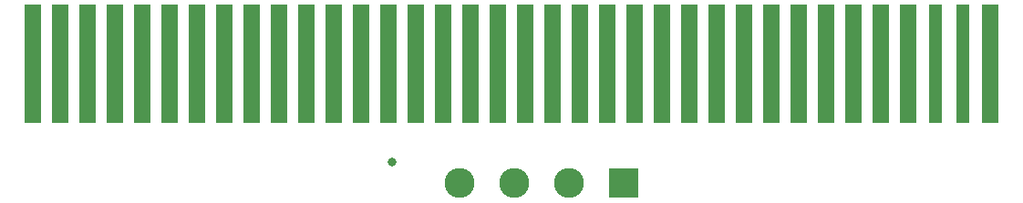
<source format=gbr>
%TF.GenerationSoftware,KiCad,Pcbnew,8.0.2*%
%TF.CreationDate,2024-05-13T11:46:24-04:00*%
%TF.ProjectId,IBM-PS2-Model-70-HDD-Power-adapter,49424d2d-5053-4322-9d4d-6f64656c2d37,rev?*%
%TF.SameCoordinates,Original*%
%TF.FileFunction,Soldermask,Bot*%
%TF.FilePolarity,Negative*%
%FSLAX46Y46*%
G04 Gerber Fmt 4.6, Leading zero omitted, Abs format (unit mm)*
G04 Created by KiCad (PCBNEW 8.0.2) date 2024-05-13 11:46:24*
%MOMM*%
%LPD*%
G01*
G04 APERTURE LIST*
%ADD10R,1.600000X11.000000*%
%ADD11R,1.200000X11.000000*%
%ADD12R,2.780000X2.780000*%
%ADD13C,2.780000*%
%ADD14C,0.800000*%
G04 APERTURE END LIST*
D10*
X187962651Y-79724598D03*
D11*
X185422651Y-79724598D03*
X182882651Y-79724598D03*
D10*
X180342651Y-79724598D03*
X177802651Y-79724598D03*
X175262651Y-79724598D03*
X172722651Y-79724598D03*
X170182651Y-79724598D03*
X167642651Y-79724598D03*
X165102651Y-79724598D03*
X162562651Y-79724598D03*
X160022651Y-79724598D03*
X157482651Y-79724598D03*
X154942651Y-79724598D03*
X152402651Y-79724598D03*
X149862651Y-79724598D03*
X147322651Y-79724598D03*
X144782651Y-79724598D03*
X142242651Y-79724598D03*
X139702651Y-79724598D03*
X137162651Y-79724598D03*
X134622651Y-79724598D03*
X132082651Y-79724598D03*
X129542651Y-79724598D03*
X127002651Y-79724598D03*
X124462651Y-79724598D03*
X121922651Y-79724598D03*
X119382651Y-79724598D03*
X116842651Y-79724598D03*
X114302651Y-79724598D03*
X111762651Y-79724598D03*
X109222651Y-79724598D03*
X106682651Y-79724598D03*
X104142651Y-79724598D03*
X101602651Y-79724598D03*
X99062651Y-79724598D03*
D12*
X153950000Y-90810000D03*
D13*
X148870000Y-90810000D03*
X143790000Y-90810000D03*
X138710000Y-90810000D03*
D14*
X132442651Y-88820000D03*
M02*

</source>
